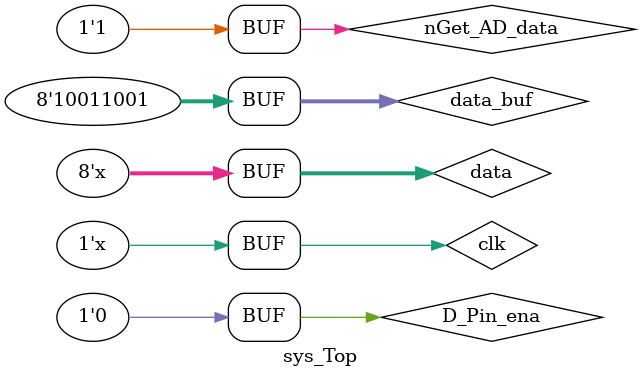
<source format=v>
`timescale 1ns/1ns
`include "./sys.v"

module sys_Top;

reg clk;
reg[7:0] data_buf;
reg nGet_AD_data;
reg D_Pin_ena;
wire[7:0] data;
wire clk2;
wire Dbit_ena;

assign data = (D_Pin_ena)?data_buf:8'bz;

initial
	begin
	clk=0;
	nGet_AD_data=1;
	data_buf=8'b1001_1001;
	D_Pin_ena=0;
	end

initial
	begin
	repeat(100)
		begin
		#(100*14+{$random}%23) nGet_AD_data=0;
		#(112+{$random}%12) nGet_AD_data=1;
		#({$random}%50) D_Pin_ena=1;
		#(100*3+{$random}%5) D_Pin_ena=0;
		#333 data_buf=data_buf+1;
		#(100*11+{$random}%1000);
		end
	end

always #(50+$random%2) clk=~clk;

sys ms(.databus(data),.use_p_in_bus(D_Pin_ena),.Dbit_out(Dbit_out),.Dbit_ena(Dbit_ena),
		.nGet_AD_data(nGet_AD_data),.clk(clk));
endmodule
	

</source>
